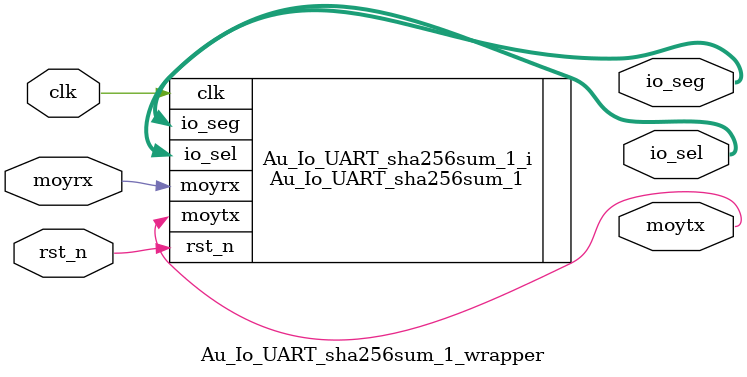
<source format=v>
`timescale 1 ps / 1 ps

module Au_Io_UART_sha256sum_1_wrapper
   (clk,
    io_seg,
    io_sel,
    moyrx,
    moytx,
    rst_n);
  input clk;
  output [7:0]io_seg;
  output [3:0]io_sel;
  input moyrx;
  output moytx;
  input rst_n;

  wire clk;
  wire [7:0]io_seg;
  wire [3:0]io_sel;
  wire moyrx;
  wire moytx;
  wire rst_n;

  Au_Io_UART_sha256sum_1 Au_Io_UART_sha256sum_1_i
       (.clk(clk),
        .io_seg(io_seg),
        .io_sel(io_sel),
        .moyrx(moyrx),
        .moytx(moytx),
        .rst_n(rst_n));
endmodule

</source>
